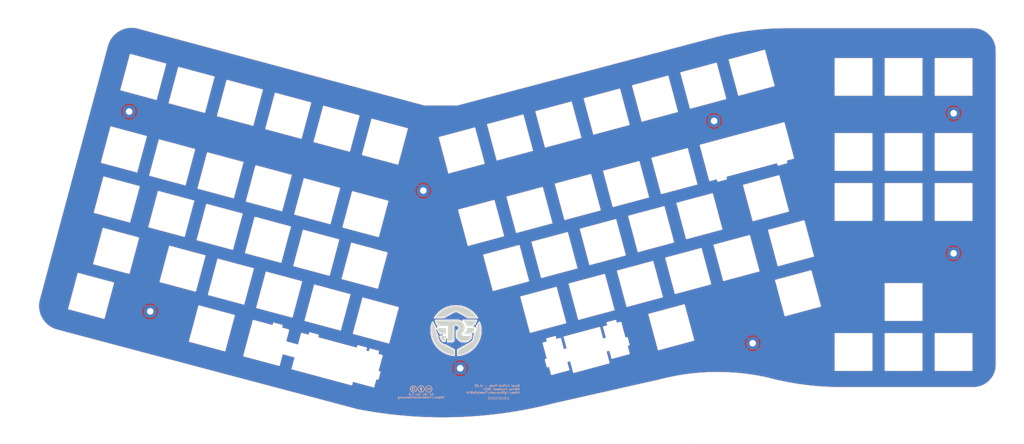
<source format=kicad_pcb>
(kicad_pcb (version 20221018) (generator pcbnew)
  (title_block (title "v1.00") (date "2024-01-07") (rev "Royal Nearfield Plate") (company "Tweety's Wild Thinking") (comment 1 "Markus Knutsson <markus.knutsson@tweety.se>") (comment 2 "https://github.com/TweetyDaBird") (comment 3 "Licensed under Creative Commons BY-SA 4.0 International"))
  (layers (0 "F.Cu" signal) (31 "B.Cu" signal) (34 "B.Paste" user) (35 "F.Paste" user) (36 "B.SilkS" user "B.Silkscreen") (37 "F.SilkS" user "F.Silkscreen") (38 "B.Mask" user) (39 "F.Mask" user) (44 "Edge.Cuts" user))
  (net 0 "")
  (net 1 "GND")
  (footprint "Keyboard_Plate:SW_MX_Plate_Placeholder_nodrill" (layer "F.Cu") (at 53.565869 131.788166 -15)
    (fp_text reference "SW49" hide)
    (fp_text value "~" hide)
    (fp_line (start -6.95 -6.95) (end -6.95 6.95) (stroke (width 0.1)) (layer "Edge.Cuts"))
    (fp_line (start -6.95 6.95) (end 6.95 6.95) (stroke (width 0.1)) (layer "Edge.Cuts"))
    (fp_line (start 6.95 -6.95) (end -6.95 -6.95) (stroke (width 0.1)) (layer "Edge.Cuts"))
    (fp_line (start 6.95 6.95) (end 6.95 -6.95) (stroke (width 0.1)) (layer "Edge.Cuts"))
  )
  (footprint "Keyboard_Plate:SW_MX_Plate_Placeholder_nodrill" (layer "F.Cu") (at 53.819869 112.230166 -15)
    (fp_text reference "SW33" hide)
    (fp_text value "~" hide)
    (fp_line (start -6.95 -6.95) (end -6.95 6.95) (stroke (width 0.1)) (layer "Edge.Cuts"))
    (fp_line (start -6.95 6.95) (end 6.95 6.95) (stroke (width 0.1)) (layer "Edge.Cuts"))
    (fp_line (start 6.95 -6.95) (end -6.95 -6.95) (stroke (width 0.1)) (layer "Edge.Cuts"))
    (fp_line (start 6.95 6.95) (end 6.95 -6.95) (stroke (width 0.1)) (layer "Edge.Cuts"))
  )
  (footprint "Keyboard_Plate:SW_MX_Plate_Placeholder_nodrill" (layer "F.Cu") (at 229.379049 111.291336 15)
    (fp_text reference "SW25" hide)
    (fp_text value "~" hide)
    (fp_line (start -6.95 -6.95) (end -6.95 6.95) (stroke (width 0.1)) (layer "Edge.Cuts"))
    (fp_line (start -6.95 6.95) (end 6.95 6.95) (stroke (width 0.1)) (layer "Edge.Cuts"))
    (fp_line (start 6.95 -6.95) (end -6.95 -6.95) (stroke (width 0.1)) (layer "Edge.Cuts"))
    (fp_line (start 6.95 6.95) (end 6.95 -6.95) (stroke (width 0.1)) (layer "Edge.Cuts"))
  )
  (footprint "Keyboard_Plate:SW_MX_Plate_Placeholder_nodrill" (layer "F.Cu") (at 152.467979 158.310286 -15)
    (fp_text reference "SW54" hide)
    (fp_text value "~" hide)
    (fp_line (start -6.95 -6.95) (end -6.95 6.95) (stroke (width 0.1)) (layer "Edge.Cuts"))
    (fp_line (start -6.95 6.95) (end 6.95 6.95) (stroke (width 0.1)) (layer "Edge.Cuts"))
    (fp_line (start 6.95 -6.95) (end -6.95 -6.95) (stroke (width 0.1)) (layer "Edge.Cuts"))
    (fp_line (start 6.95 6.95) (end 6.95 -6.95) (stroke (width 0.1)) (layer "Edge.Cuts"))
  )
  (footprint "Keyboard_Plate:SW_MX_Plate_Placeholder_nodrill" (layer "F.Cu") (at 90.034701 161.30335 -15)
    (fp_text reference "SW63" hide)
    (fp_text value "~" hide)
    (fp_line (start -6.95 -6.95) (end -6.95 6.95) (stroke (width 0.1)) (layer "Edge.Cuts"))
    (fp_line (start -6.95 6.95) (end 6.95 6.95) (stroke (width 0.1)) (layer "Edge.Cuts"))
    (fp_line (start 6.95 -6.95) (end -6.95 -6.95) (stroke (width 0.1)) (layer "Edge.Cuts"))
    (fp_line (start 6.95 6.95) (end 6.95 -6.95) (stroke (width 0.1)) (layer "Edge.Cuts"))
  )
  (footprint "Keyboard_Plate:SW_MX_Plate_Placeholder_nodrill" (layer "F.Cu") (at 277.185959 68.898496 15)
    (fp_text reference "SW12" hide)
    (fp_text value "~" hide)
    (fp_line (start -6.95 -6.95) (end -6.95 6.95) (stroke (width 0.1)) (layer "Edge.Cuts"))
    (fp_line (start -6.95 6.95) (end 6.95 6.95) (stroke (width 0.1)) (layer "Edge.Cuts"))
    (fp_line (start 6.95 -6.95) (end -6.95 -6.95) (stroke (width 0.1)) (layer "Edge.Cuts"))
    (fp_line (start 6.95 6.95) (end 6.95 -6.95) (stroke (width 0.1)) (layer "Edge.Cuts"))
  )
  (footprint "Keyboard_Plate:SW_MX_Plate_Placeholder_nodrill" (layer "F.Cu") (at 185.181519 93.551006 15)
    (fp_text reference "SW7" hide)
    (fp_text value "~" hide)
    (fp_line (start -6.95 -6.95) (end -6.95 6.95) (stroke (width 0.1)) (layer "Edge.Cuts"))
    (fp_line (start -6.95 6.95) (end 6.95 6.95) (stroke (width 0.1)) (layer "Edge.Cuts"))
    (fp_line (start 6.95 -6.95) (end -6.95 -6.95) (stroke (width 0.1)) (layer "Edge.Cuts"))
    (fp_line (start 6.95 6.95) (end 6.95 -6.95) (stroke (width 0.1)) (layer "Edge.Cuts"))
  )
  (footprint "Keyboard_Plate:Stabilizer_Plate_2_to_1" (layer "F.Cu") (at 293.782599 94.034316 15)
    (fp_text reference "ST1" hide)
    (fp_text value "Stabilizer_2u_MX")
    (fp_line (start -16.475 -6.95) (end -16.475 6.95) (stroke (width 0.05)) (layer "Edge.Cuts"))
    (fp_line (start -16.475 -6.95) (end 16.475 -6.95) (stroke (width 0.05)) (layer "Edge.Cuts"))
    (fp_line (start -13.55 6.95) (end -16.475 6.95) (stroke (width 0.05)) (layer "Edge.Cuts"))
    (fp_line (start -13.55 7.97) (end -13.55 6.95) (stroke (width 0.05)) (layer "Edge.Cuts"))
    (fp_line (start -10.25 6.95) (end 10.25 6.95) (stroke (width 0.05)) (layer "Edge.Cuts"))
    (fp_line (start -10.25 7.97) (end -13.55 7.97) (stroke (width 0.05)) (layer "Edge.Cuts"))
    (fp_line (start -10.25 7.97) (end -10.25 6.95) (stroke (width 0.05)) (layer "Edge.Cuts"))
    (fp_line (start 10.25 7.97) (end 10.25 6.95) (stroke (width 0.05)) (layer "Edge.Cuts"))
    (fp_line (start 10.25 7.97) (end 13.55 7.97) (stroke (width 0.05)) (layer "Edge.Cuts"))
    (fp_line (start 13.55 6.95) (end 16.475 6.95) (stroke (width 0.05)) (layer "Edge.Cuts"))
    (fp_line (start 13.55 7.97) (end 13.55 6.95) (stroke (width 0.05)) (layer "Edge.Cuts"))
    (fp_line (start 16.475 -6.95) (end 16.475 6.95) (stroke (width 0.05)) (layer "Edge.Cuts"))
  )
  (footprint "Keyboard_Plate:SW_MX_Plate_Placeholder_nodrill" (layer "F.Cu") (at 289.842499 134.534226 15)
    (fp_text reference "SW59" hide)
    (fp_text value "~" hide)
    (fp_line (start -6.95 -6.95) (end -6.95 6.95) (stroke (width 0.1)) (layer "Edge.Cuts"))
    (fp_line (start -6.95 6.95) (end 6.95 6.95) (stroke (width 0.1)) (layer "Edge.Cuts"))
    (fp_line (start 6.95 -6.95) (end -6.95 -6.95) (stroke (width 0.1)) (layer "Edge.Cuts"))
    (fp_line (start 6.95 6.95) (end 6.95 -6.95) (stroke (width 0.1)) (layer "Edge.Cuts"))
  )
  (footprint "Keyboard_Plate:SW_MX_Plate_Placeholder_nodrill" (layer "F.Cu") (at 134.067089 153.379776 -15)
    (fp_text reference "SW53" hide)
    (fp_text value "~" hide)
    (fp_line (start -6.95 -6.95) (end -6.95 6.95) (stroke (width 0.1)) (layer "Edge.Cuts"))
    (fp_line (start -6.95 6.95) (end 6.95 6.95) (stroke (width 0.1)) (layer "Edge.Cuts"))
    (fp_line (start 6.95 -6.95) (end -6.95 -6.95) (stroke (width 0.1)) (layer "Edge.Cuts"))
    (fp_line (start 6.95 6.95) (end 6.95 -6.95) (stroke (width 0.1)) (layer "Edge.Cuts"))
  )
  (footprint "Keyboard_Plate:SW_MX_Plate_Placeholder_nodrill" (layer "F.Cu") (at 372.510169 170.317276)
    (fp_text reference "SW72" hide)
    (fp_text value "~" hide)
    (fp_line (start -6.95 -6.95) (end -6.95 6.95) (stroke (width 0.1)) (layer "Edge.Cuts"))
    (fp_line (start -6.95 6.95) (end 6.95 6.95) (stroke (width 0.1)) (layer "Edge.Cuts"))
    (fp_line (start 6.95 -6.95) (end -6.95 -6.95) (stroke (width 0.1)) (layer "Edge.Cuts"))
    (fp_line (start 6.95 6.95) (end 6.95 -6.95) (stroke (width 0.1)) (layer "Edge.Cuts"))
  )
  (footprint "Keyboard_Plate:SW_MX_Plate_Placeholder_nodrill" (layer "F.Cu") (at 210.978169 116.221836 15)
    (fp_text reference "SW24" hide)
    (fp_text value "~" hide)
    (fp_line (start -6.95 -6.95) (end -6.95 6.95) (stroke (width 0.1)) (layer "Edge.Cuts"))
    (fp_line (start -6.95 6.95) (end 6.95 6.95) (stroke (width 0.1)) (layer "Edge.Cuts"))
    (fp_line (start 6.95 -6.95) (end -6.95 -6.95) (stroke (width 0.1)) (layer "Edge.Cuts"))
    (fp_line (start 6.95 6.95) (end 6.95 -6.95) (stroke (width 0.1)) (layer "Edge.Cuts"))
  )
  (footprint "Keyboard_Plate:SW_MX_Plate_Placeholder_nodrill" (layer "F.Cu") (at 310.596089 128.887486 15)
    (fp_text reference "SW60" hide)
    (fp_text value "~" hide)
    (fp_line (start -6.95 -6.95) (end -6.95 6.95) (stroke (width 0.1)) (layer "Edge.Cuts"))
    (fp_line (start -6.95 6.95) (end 6.95 6.95) (stroke (width 0.1)) (layer "Edge.Cuts"))
    (fp_line (start 6.95 -6.95) (end -6.95 -6.95) (stroke (width 0.1)) (layer "Edge.Cuts"))
    (fp_line (start 6.95 6.95) (end 6.95 -6.95) (stroke (width 0.1)) (layer "Edge.Cuts"))
  )
  (footprint "Keyboard_Plate:SW_MX_Plate_Placeholder_nodrill" (layer "F.Cu") (at 216.238949 154.256236 15)
    (fp_text reference "SW55" hide)
    (fp_text value "~" hide)
    (fp_line (start -6.95 -6.95) (end -6.95 6.95) (stroke (width 0.1)) (layer "Edge.Cuts"))
    (fp_line (start -6.95 6.95) (end 6.95 6.95) (stroke (width 0.1)) (layer "Edge.Cuts"))
    (fp_line (start 6.95 -6.95) (end -6.95 -6.95) (stroke (width 0.1)) (layer "Edge.Cuts"))
    (fp_line (start 6.95 6.95) (end 6.95 -6.95) (stroke (width 0.1)) (layer "Edge.Cuts"))
  )
  (footprint "Keyboard_Plate:Stabilizer_Cherry_MX_1_3_2" (layer "F.Cu") (at 129.136586 171.780669 165)
    (fp_text reference "ST3" hide)
    (fp_text value "Stabilizer_2u_MX")
    (fp_line (start -25.6255 -2.3) (end -24.8005 -2.3) (stroke (width 0.05)) (layer "Edge.Cuts"))
    (fp_line (start -25.6255 0.485) (end -25.6255 -2.3) (stroke (width 0.05)) (layer "Edge.Cuts"))
    (fp_line (start -25.6255 0.485) (end -24.8005 0.485) (stroke (width 0.05)) (layer "Edge.Cuts"))
    (fp_line (start -24.8005 -2.3) (end -24.8005 -5.53) (stroke (width 0.05)) (layer "Edge.Cuts"))
    (fp_line (start -24.8005 6.77) (end -24.8005 0.485) (stroke (width 0.05)) (layer "Edge.Cuts"))
    (fp_line (start -23.0745 6.77) (end -24.8005 6.77) (stroke (width 0.05)) (layer "Edge.Cuts"))
    (fp_line (start -23.0745 6.77) (end -23.0745 7.97) (stroke (width 0.05)) (layer "Edge.Cuts"))
    (fp_line (start -23.0745 7.97) (end -19.7745 7.97) (stroke (width 0.05)) (layer "Edge.Cuts"))
    (fp_line (start -19.7745 7.97) (end -19.7745 6.77) (stroke (width 0.05)) (layer "Edge.Cuts"))
    (fp_line (start -18.2625 6.77) (end -19.7745 6.77) (stroke (width 0.05)) (layer "Edge.Cuts"))
    (fp_line (start -18.2625 6.77) (end -18.2625 7.97) (stroke (width 0.05)) (layer "Edge.Cuts"))
    (fp_line (start -16.4745 -6.95) (end -6.95 -6.95) (stroke (width 0.05)) (layer "Edge.Cuts"))
    (fp_line (start -16.4745 -5.53) (end -24.8005 -5.53) (stroke (width 0.05)) (layer "Edge.Cuts"))
    (fp_line (start -16.4745 -5.53) (end -16.4745 -6.95) (stroke (width 0.05)) (layer "Edge.Cuts"))
    (fp_line (start -14.9625 6.95) (end 0.7245 6.95) (stroke (width 0.05)) (layer "Edge.Cuts"))
    (fp_line (start -14.9625 7.97) (end -18.2625 7.97) (stroke (width 0.05)) (layer "Edge.Cuts"))
    (fp_line (start -14.9625 7.97) (end -14.9625 6.95) (stroke (width 0.05)) (layer "Edge.Cuts"))
    (fp_line (start -6.95 -6.95) (end 6.95 -6.95) (stroke (width 0.05)) (layer "Edge.Cuts"))
    (fp_line (start 0.7245 7.97) (end 0.7245 6.95) (stroke (width 0.05)) (layer "Edge.Cuts"))
    (fp_line (start 0.7245 7.97) (end 4.0245 7.97) (stroke (width 0.05)) (layer "Edge.Cuts"))
    (fp_line (start 4.0245 6.95) (end 6.95 6.95) (stroke (width 0.05)) (layer "Edge.Cuts"))
    (fp_line (start 4.0245 7.97) (end 4.0245 6.95) (stroke (width 0.05)) (layer "Edge.Cuts"))
    (fp_line (start 6.95 -6.95) (end 6.95 -2.3) (stroke (width 0.05)) (layer "Edge.Cuts"))
    (fp_line (start 6.95 2.3) (end 6.95 6.95) (stroke (width 0.05)) (layer "Edge.Cuts"))
    (fp_line (start 12.1 -2.3) (end 6.95 -2.3) (stroke (width 0.05)) (layer "Edge.Cuts"))
    (fp_line (start 12.1 -2.3) (end 12.1 -6.95) (stroke (width 0.05)) (layer "Edge.Cuts"))
    (fp_line (start 12.1 2.3) (end 6.95 2.3) (stroke (width 0.05)) (layer "Edge.Cuts"))
    (fp_line (start 12.1 6.95) (end 12.1 2.3) (stroke (width 0.05)) (layer "Edge.Cuts"))
    (fp_line (start 14.9625 6.95) (end 12.1 6.95) (stroke (width 0.05)) (layer "Edge.Cuts"))
    (fp_line (start 14.9625 7.97) (end 14.9625 6.95) (stroke (width 0.05)) (layer "Edge.Cuts"))
    (fp_line (start 14.9625 7.97) (end 18.2625 7.97) (stroke (width 0.05)) (layer "Edge.Cuts"))
    (fp_line (start 18.2625 6.95) (end 26 6.95) (stroke (width 0.05)) (layer "Edge.Cuts"))
    (fp_line (start 18.2625 7.97) (end 18.2625 6.95) (stroke (width 0.05)) (layer "Edge.Cuts"))
    (fp_line (start 26 -6.95) (end 12.1 -6.95) (stroke (width 0.05)) (layer "Edge.Cuts"))
    (fp_line (start 26 -6.95) (end 26 6.95) (stroke (width 0.05)) (layer "Edge.Cuts"))
  )
  (footprint "Keyboard_Plate:SW_MX_Plate_Placeholder_nodrill" (layer "F.Cu") (at 313.263089 147.937486 15)
    (fp_text reference "SW69" hide)
    (fp_text value "~" hide)
    (fp_line (start -6.95 -6.95) (end -6.95 6.95) (stroke (width 0.1)) (layer "Edge.Cuts"))
    (fp_line (start -6.95 6.95) (end 6.95 6.95) (stroke (width 0.1)) (layer "Edge.Cuts"))
    (fp_line (start 6.95 -6.95) (end -6.95 -6.95) (stroke (width 0.1)) (layer "Edge.Cuts"))
    (fp_line (start 6.95 6.95) (end 6.95 -6.95) (stroke (width 0.1)) (layer "Edge.Cuts"))
  )
  (footprint "Keyboard_Plate:SW_MX_Plate_Placeholder_nodrill" (layer "F.Cu") (at 271.441609 139.464726 15)
    (fp_text reference "SW58" hide)
    (fp_text value "~" hide)
    (fp_line (start -6.95 -6.95) (end -6.95 6.95) (stroke (width 0.1)) (layer "Edge.Cuts"))
    (fp_line (start -6.95 6.95) (end 6.95 6.95) (stroke (width 0.1)) (layer "Edge.Cuts"))
    (fp_line (start 6.95 -6.95) (end -6.95 -6.95) (stroke (width 0.1)) (layer "Edge.Cuts"))
    (fp_line (start 6.95 6.95) (end 6.95 -6.95) (stroke (width 0.1)) (layer "Edge.Cuts"))
  )
  (footprint "Keyboard_Plate:Stabilizer_Cherry_MX_2.00u_PLate" (layer "F.Cu") (at 232.745089 169.527486 -165)
    (fp_text reference "ST4" hide)
    (fp_text value "Stabilizer_2u_MX")
    (fp_line (start -16.1 -2.3) (end -15.275 -2.3) (stroke (width 0.05)) (layer "Edge.Cuts"))
    (fp_line (start -16.1 0.485) (end -16.1 -2.3) (stroke (width 0.05)) (layer "Edge.Cuts"))
    (fp_line (start -16.1 0.485) (end -15.275 0.485) (stroke (width 0.05)) (layer "Edge.Cuts"))
    (fp_line (start -15.275 -2.3) (end -15.275 -5.53) (stroke (width 0.05)) (layer "Edge.Cuts"))
    (fp_line (start -15.275 6.77) (end -15.275 0.485) (stroke (width 0.05)) (layer "Edge.Cuts"))
    (fp_line (start -15.275 6.77) (end -13.55 6.77) (stroke (width 0.05)) (layer "Edge.Cuts"))
    (fp_line (start -13.55 7.97) (end -13.55 6.77) (stroke (width 0.05)) (layer "Edge.Cuts"))
    (fp_line (start -10.25 6.77) (end -8.525 6.77) (stroke (width 0.05)) (layer "Edge.Cuts"))
    (fp_line (start -10.25 7.97) (end -13.55 7.97) (stroke (width 0.05)) (layer "Edge.Cuts"))
    (fp_line (start -10.25 7.97) (end -10.25 6.77) (stroke (width 0.05)) (layer "Edge.Cuts"))
    (fp_line (start -8.525 -5.53) (end -15.275 -5.53) (stroke (width 0.05)) (layer "Edge.Cuts"))
    (fp_line (start -8.525 -2.3) (end -8.525 -5.53) (stroke (width 0.05)) (layer "Edge.Cuts"))
    (fp_line (start -8.525 -2.3) (end -6.95 -2.3) (stroke (width 0.05)) (layer "Edge.Cuts"))
    (fp_line (start -8.525 2.3) (end -8.525 6.77) (stroke (width 0.05)) (layer "Edge.Cuts"))
    (fp_line (start -8.525 2.3) (end -6.95 2.3) (stroke (width 0.05)) (layer "Edge.Cuts"))
    (fp_line (start -6.95 -6.95) (end -6.95 -2.3) (stroke (width 0.05)) (layer "Edge.Cuts"))
    (fp_line (start -6.95 -6.95) (end 6.95 -6.95) (stroke (width 0.05)) (layer "Edge.Cuts"))
    (fp_line (start -6.95 2.3) (end -6.95 6.95) (stroke (width 0.05)) (layer "Edge.Cuts"))
    (fp_line (start -6.95 6.95) (end 6.95 6.95) (stroke (width 0.05)) (layer "Edge.Cuts"))
    (fp_line (start 6.95 -6.95) (end 6.95 -2.3) (stroke (width 0.05)) (layer "Edge.Cuts"))
    (fp_line (start 6.95 2.3) (end 6.95 6.95) (stroke (width 0.05)) (layer "Edge.Cuts"))
    (fp_line (start 8.525 -5.53) (end 15.275 -5.53) (stroke (width 0.05)) (layer "Edge.Cuts"))
    (fp_line (start 8.525 -2.3) (end 6.95 -2.3) (stroke (width 0.05)) (layer "Edge.Cuts"))
    (fp_line (start 8.525 -2.3) (end 8.525 -5.53) (stroke (width 0.05)) (layer "Edge.Cuts"))
    (fp_line (start 8.525 2.3) (end 6.95 2.3) (stroke (width 0.05)) (layer "Edge.Cuts"))
    (fp_line (start 8.525 2.3) (end 8.525 6.77) (stroke (width 0.05)) (layer "Edge.Cuts"))
    (fp_line (start 10.25 6.77) (end 8.525 6.77) (stroke (width 0.05)) (layer "Edge.Cuts"))
    (fp_line (start 10.25 7.97) (end 10.25 6.77) (stroke (width 0.05)) (layer "Edge.Cuts"))
    (fp_line (start 10.25 7.97) (end 13.55 7.97) (stroke (width 0.05)) (layer "Edge.Cuts"))
    (fp_line (start 13.55 7.97) (end 13.55 6.77) (stroke (width 0.05)) (layer "Edge.Cuts"))
    (fp_line (start 15.275 -2.3) (end 15.275 -5.53) (stroke (width 0.05)) (layer "Edge.Cuts"))
    (fp_line (start 15.275 6.77) (end 13.55 6.77) (stroke (width 0.05)) (layer "Edge.Cuts"))
    (fp_line (start 15.275 6.77) (end 15.275 0.485) (stroke (width 0.05)) (layer "Edge.Cuts"))
    (fp_line (start 16.1 -2.3) (end 15.275 -2.3) (stroke (width 0.05)) (layer "Edge.Cuts"))
    (fp_line (start 16.1 0.485) (end 15.275 0.485) (stroke (width 0.05)) (layer "Edge.Cuts"))
    (fp_line (start 16.1 0.485) (end 16.1 -2.3) (stroke (width 0.05)) (layer "Edge.Cuts"))
  )
  (footprint "Keyboard_Plate:SW_MX_Plate_Placeholder_nodrill" (layer "F.Cu") (at 265.003089 160.891486 15)
    (fp_text reference "SW68" hide)
    (fp_text value "~" hide)
    (fp_line (start -6.95 -6.95) (end -6.95 6.95) (stroke (width 0.1)) (layer "Edge.Cuts"))
    (fp_line (start -6.95 6.95) (end 6.95 6.95) (stroke (width 0.1)) (layer "Edge.Cuts"))
    (fp_line (start 6.95 -6.95) (end -6.95 -6.95) (stroke (width 0.1)) (layer "Edge.Cuts"))
    (fp_line (start 6.95 6.95) (end 6.95 -6.95) (stroke (width 0.1)) (layer "Edge.Cuts"))
  )
  (footprint "Keyboard_Plate:SW_MX_Plate_Placeholder_nodrill" (layer "F.Cu") (at 258.785069 73.828996 15)
    (fp_text reference "SW11" hide)
    (fp_text value "~" hide)
    (fp_line (start -6.95 -6.95) (end -6.95 6.95) (stroke (width 0.1)) (layer "Edge.Cuts"))
    (fp_line (start -6.95 6.95) (end 6.95 6.95) (stroke (width 0.1)) (layer "Edge.Cuts"))
    (fp_line (start 6.95 -6.95) (end -6.95 -6.95) (stroke (width 0.1)) (layer "Edge.Cuts"))
    (fp_line (start 6.95 6.95) (end 6.95 -6.95) (stroke (width 0.1)) (layer "Edge.Cuts"))
  )
  (footprint "Keyboard_Plate:SW_MX_Plate_Placeholder_nodrill" (layer "F.Cu") (at 353.460169 151.267276)
    (fp_text reference "SW61" hide)
    (fp_text value "~" hide)
    (fp_line (start -6.95 -6.95) (end -6.95 6.95) (stroke (width 0.1)) (layer "Edge.Cuts"))
    (fp_line (start -6.95 6.95) (end 6.95 6.95) (stroke (width 0.1)) (layer "Edge.Cuts"))
    (fp_line (start 6.95 -6.95) (end -6.95 -6.95) (stroke (width 0.1)) (layer "Edge.Cuts"))
    (fp_line (start 6.95 6.95) (end 6.95 -6.95) (stroke (width 0.1)) (layer "Edge.Cuts"))
  )
  (footprint "Keyboard_Plate:SW_MX_Plate_Placeholder_nodrill" (layer "F.Cu") (at 353.460169 94.117276)
    (fp_text reference "SW31" hide)
    (fp_text value "~" hide)
    (fp_line (start -6.95 -6.95) (end -6.95 6.95) (stroke (width 0.1)) (layer "Edge.Cuts"))
    (fp_line (start -6.95 6.95) (end 6.95 6.95) (stroke (width 0.1)) (layer "Edge.Cuts"))
    (fp_line (start 6.95 -6.95) (end -6.95 -6.95) (stroke (width 0.1)) (layer "Edge.Cuts"))
    (fp_line (start 6.95 6.95) (end 6.95 -6.95) (stroke (width 0.1)) (layer "Edge.Cuts"))
  )
  (footprint "Keyboard_Plate:SW_MX_Plate_Placeholder_nodrill" (layer "F.Cu") (at 353.460169 113.167276)
    (fp_text reference "SW47" hide)
    (fp_text value "~" hide)
    (fp_line (start -6.95 -6.95) (end -6.95 6.95) (stroke (width 0.1)) (layer "Edge.Cuts"))
    (fp_line (start -6.95 6.95) (end 6.95 6.95) (stroke (width 0.1)) (layer "Edge.Cuts"))
    (fp_line (start 6.95 -6.95) (end -6.95 -6.95) (stroke (width 0.1)) (layer "Edge.Cuts"))
    (fp_line (start 6.95 6.95) (end 6.95 -6.95) (stroke (width 0.1)) (layer "Edge.Cuts"))
  )
  (footprint "Keyboard_Plate:SW_MX_Plate_Placeholder_nodrill" (layer "F.Cu") (at 63.919639 65.556786 -15)
    (fp_text reference "SW1" hide)
    (fp_text value "~" hide)
    (fp_line (start -6.95 -6.95) (end -6.95 6.95) (stroke (width 0.1)) (layer "Edge.Cuts"))
    (fp_line (start -6.95 6.95) (end 6.95 6.95) (stroke (width 0.1)) (layer "Edge.Cuts"))
    (fp_line (start 6.95 -6.95) (end -6.95 -6.95) (stroke (width 0.1)) (layer "Edge.Cuts"))
    (fp_line (start 6.95 6.95) (end 6.95 -6.95) (stroke (width 0.1)) (layer "Edge.Cuts"))
  )
  (footprint "Keyboard_Plate:SW_MX_Plate_Placeholder_nodrill" (layer "F.Cu") (at 334.410169 170.317276)
    (fp_text reference "SW70" hide)
    (fp_text value "~" hide)
    (fp_line (start -6.95 -6.95) (end -6.95 6.95) (stroke (width 0.1)) (layer "Edge.Cuts"))
    (fp_line (start -6.95 6.95) (end 6.95 6.95) (stroke (width 0.1)) (layer "Edge.Cuts"))
    (fp_line (start 6.95 -6.95) (end -6.95 -6.95) (stroke (width 0.1)) (layer "Edge.Cuts"))
    (fp_line (start 6.95 6.95) (end 6.95 -6.95) (stroke (width 0.1)) (layer "Edge.Cuts"))
  )
  (footprint "Keyboard_Plate:SW_MX_Plate_Placeholder_nodrill" (layer "F.Cu") (at 56.523879 93.158116 -15)
    (fp_text reference "SW17" hide)
    (fp_text value "~" hide)
    (fp_line (start -6.95 -6.95) (end -6.95 6.95) (stroke (width 0.1)) (layer "Edge.Cuts"))
    (fp_line (start -6.95 6.95) (end 6.95 6.95) (stroke (width 0.1)) (layer "Edge.Cuts"))
    (fp_line (start 6.95 -6.95) (end -6.95 -6.95) (stroke (width 0.1)) (layer "Edge.Cuts"))
    (fp_line (start 6.95 6.95) (end 6.95 -6.95) (stroke (width 0.1)) (layer "Edge.Cuts"))
  )
  (footprint "Keyboard_Plate:SW_MX_Plate_Placeholder_nodrill" (layer "F.Cu") (at 82.320519 70.487286 -15)
    (fp_text reference "SW2" hide)
    (fp_text value "~" hide)
    (fp_line (start -6.95 -6.95) (end -6.95 6.95) (stroke (width 0.1)) (layer "Edge.Cuts"))
    (fp_line (start -6.95 6.95) (end 6.95 6.95) (stroke (width 0.1)) (layer "Edge.Cuts"))
    (fp_line (start 6.95 -6.95) (end -6.95 -6.95) (stroke (width 0.1)) (layer "Edge.Cuts"))
    (fp_line (start 6.95 6.95) (end 6.95 -6.95) (stroke (width 0.1)) (layer "Edge.Cuts"))
  )
  (footprint "Keyboard_Plate:SW_MX_Plate_Placeholder_nodrill" (layer "F.Cu") (at 148.198039 137.444146 -15)
    (fp_text reference "SW38" hide)
    (fp_text value "~" hide)
    (fp_line (start -6.95 -6.95) (end -6.95 6.95) (stroke (width 0.1)) (layer "Edge.Cuts"))
    (fp_line (start -6.95 6.95) (end 6.95 6.95) (stroke (width 0.1)) (layer "Edge.Cuts"))
    (fp_line (start 6.95 -6.95) (end -6.95 -6.95) (stroke (width 0.1)) (layer "Edge.Cuts"))
    (fp_line (start 6.95 6.95) (end 6.95 -6.95) (stroke (width 0.1)) (layer "Edge.Cuts"))
  )
  (footprint "Keyboard_Plate:SW_MX_Plate_Placeholder_nodrill" (layer "F.Cu") (at 372.510169 113.167276)
    (fp_text reference "SW48" hide)
    (fp_text value "~" hide)
    (fp_line (start -6.95 -6.95) (end -6.95 6.95) (stroke (width 0.1)) (layer "Edge.Cuts"))
    (fp_line (start -6.95 6.95) (end 6.95 6.95) (stroke (width 0.1)) (layer "Edge.Cuts"))
    (fp_line (start 6.95 -6.95) (end -6.95 -6.95) (stroke (width 0.1)) (layer "Edge.Cuts"))
    (fp_line (start 6.95 6.95) (end 6.95 -6.95) (stroke (width 0.1)) (layer "Edge.Cuts"))
  )
  (footprint "Keyboard_Plate:SW_MX_Plate_Placeholder_nodrill" (layer "F.Cu") (at 111.726539 107.949626 -15)
    (fp_text reference "SW20" hide)
    (fp_text value "~" hide)
    (fp_line (start -6.95 -6.95) (end -6.95 6.95) (stroke (width 0.1)) (layer "Edge.Cuts"))
    (fp_line (start -6.95 6.95) (end 6.95 6.95) (stroke (width 0.1)) (layer "Edge.Cuts"))
    (fp_line (start 6.95 -6.95) (end -6.95 -6.95) (stroke (width 0.1)) (layer "Edge.Cuts"))
    (fp_line (start 6.95 6.95) (end 6.95 -6.95) (stroke (width 0.1)) (layer "Edge.Cuts"))
  )
  (footprint "Keyboard_Plate:SW_MX_Plate_Placeholder_nodrill" (layer "F.Cu") (at 129.797149 132.513636 -15)
    (fp_text reference "SW37" hide)
    (fp_text value "~" hide)
    (fp_line (start -6.95 -6.95) (end -6.95 6.95) (stroke (width 0.1)) (layer "Edge.Cuts"))
    (fp_line (start -6.95 6.95) (end 6.95 6.95) (stroke (width 0.1)) (layer "Edge.Cuts"))
    (fp_line (start 6.95 -6.95) (end -6.95 -6.95) (stroke (width 0.1)) (layer "Edge.Cuts"))
    (fp_line (start 6.95 6.95) (end 6.95 -6.95) (stroke (width 0.1)) (layer "Edge.Cuts"))
  )
  (footprint "Keyboard_Plate:SW_MX_Plate_Placeholder_nodrill" (layer "F.Cu") (at 192.577279 121.152336 15)
    (fp_text reference "SW23" hide)
    (fp_text value "~" hide)
    (fp_line (start -6.95 -6.95) (end -6.95 6.95) (stroke (width 0.1)) (layer "Edge.Cuts"))
    (fp_line (start -6.95 6.95) (end 6.95 6.95) (stroke (width 0.1)) (layer "Edge.Cuts"))
    (fp_line (start 6.95 -6.95) (end -6.95 -6.95) (stroke (width 0.1)) (layer "Edge.Cuts"))
    (fp_line (start 6.95 6.95) (end 6.95 -6.95) (stroke (width 0.1)) (layer "Edge.Cuts"))
  )
  (footprint "Keyboard_Plate:SW_MX_Plate_Placeholder_nodrill" (layer "F.Cu") (at 148.528319 117.810626 -15)
    (fp_text reference "SW22" hide)
    (fp_text value "~" hide)
    (fp_line (start -6.95 -6.95) (end -6.95 6.95) (stroke (width 0.1)) (layer "Edge.Cuts"))
    (fp_line (start -6.95 6.95) (end 6.95 6.95) (stroke (width 0.1)) (layer "Edge.Cuts"))
    (fp_line (start 6.95 -6.95) (end -6.95 -6.95) (stroke (width 0.1)) (layer "Edge.Cuts"))
    (fp_line (start 6.95 6.95) (end 6.95 -6.95) (stroke (width 0.1)) (layer "Edge.Cuts"))
  )
  (footprint "Keyboard_Plate:SW_MX_Plate_Placeholder_nodrill" (layer "F.Cu") (at 247.779939 106.360826 15)
    (fp_text reference "SW26" hide)
    (fp_text value "~" hide)
    (fp_line (start -6.95 -6.95) (end -6.95 6.95) (stroke (width 0.1)) (layer "Edge.Cuts"))
    (fp_line (start -6.95 6.95) (end 6.95 6.95) (stroke (width 0.1)) (layer "Edge.Cuts"))
    (fp_line (start 6.95 -6.95) (end -6.95 -6.95) (stroke (width 0.1)) (layer "Edge.Cuts"))
    (fp_line (start 6.95 6.95) (end 6.95 -6.95) (stroke (width 0.1)) (layer "Edge.Cuts"))
  )
  (footprint "Keyboard_Plate:SW_MX_Plate_Placeholder_nodrill" (layer "F.Cu") (at 115.666199 148.449276 -15)
    (fp_text reference "SW52" hide)
    (fp_text value "~" hide)
    (fp_line (start -6.95 -6.95) (end -6.95 6.95) (stroke (width 0.1)) (layer "Edge.Cuts"))
    (fp_line (start -6.95 6.95) (end 6.95 6.95) (stroke (width 0.1)) (layer "Edge.Cuts"))
    (fp_line (start 6.95 -6.95) (end -6.95 -6.95) (stroke (width 0.1)) (layer "Edge.Cuts"))
    (fp_line (start 6.95 6.95) (end 6.95 -6.95) (stroke (width 0.1)) (layer "Edge.Cuts"))
  )
  (footprint "Keyboard_Plate:SW_MX_Plate_Placeholder_nodrill" (layer "F.Cu") (at 266.180829 101.430326 15)
    (fp_text reference "SW27" hide)
    (fp_text value "~" hide)
    (fp_line (start -6.95 -6.95) (end -6.95 6.95) (stroke (width 0.1)) (layer "Edge.Cuts"))
    (fp_line (start -6.95 6.95) (end 6.95 6.95) (stroke (width 0.1)) (layer "Edge.Cuts"))
    (fp_line (start 6.95 -6.95) (end -6.95 -6.95) (stroke (width 0.1)) (layer "Edge.Cuts"))
    (fp_line (start 6.95 6.95) (end 6.95 -6.95) (stroke (width 0.1)) (layer "Edge.Cuts"))
  )
  (footprint "Keyboard_Plate:SW_MX_Plate_Placeholder_nodrill" (layer "F.Cu") (at 295.586849 63.967986 15)
    (fp_text reference "SW13" hide)
    (fp_text value "~" hide)
    (fp_line (start -6.95 -6.95) (end -6.95 6.95) (stroke (width 0.1)) (layer "Edge.Cuts"))
    (fp_line (start -6.95 6.95) (end 6.95 6.95) (stroke (width 0.1)) (layer "Edge.Cuts"))
    (fp_line (start 6.95 -6.95) (end -6.95 -6.95) (stroke (width 0.1)) (layer "Edge.Cuts"))
    (fp_line (start 6.95 6.95) (end 6.95 -6.95) (stroke (width 0.1)) (layer "Edge.Cuts"))
  )
  (footprint "Keyboard_Plate:SW_MX_Plate_Placeholder_nodrill" (layer "F.Cu") (at 78.864429 138.588266 -15)
    (fp_text reference "SW50" hide)
    (fp_text value "~" hide)
    (fp_line (start -6.95 -6.95) (end -6.95 6.95) (stroke (width 0.1)) (layer "Edge.Cuts"))
    (fp_line (start -6.95 6.95) (end 6.95 6.95) (stroke (width 0.1)) (layer "Edge.Cuts"))
    (fp_line (start 6.95 -6.95) (end -6.95 -6.95) (stroke (width 0.1)) (layer "Edge.Cuts"))
    (fp_line (start 6.95 6.95) (end 6.95 -6.95) (stroke (width 0.1)) (layer "Edge.Cuts"))
  )
  (footprint "Keyboard_Plate:SW_MX_Plate_Placeholder_nodrill" (layer "F.Cu") (at 119.122299 80.348296 -15)
    (fp_text reference "SW4" hide)
    (fp_text value "~" hide)
    (fp_line (start -6.95 -6.95) (end -6.95 6.95) (stroke (width 0.1)) (layer "Edge.Cuts"))
    (fp_line (start -6.95 6.95) (end 6.95 6.95) (stroke (width 0.1)) (layer "Edge.Cuts"))
    (fp_line (start 6.95 -6.95) (end -6.95 -6.95) (stroke (width 0.1)) (layer "Edge.Cuts"))
    (fp_line (start 6.95 6.95) (end 6.95 -6.95) (stroke (width 0.1)) (layer "Edge.Cuts"))
  )
  (footprint "Keyboard_Plate:SW_MX_Plate_Placeholder_nodrill" (layer "F.Cu") (at 130.127429 112.880126 -15)
    (fp_text reference "SW21" hide)
    (fp_text value "~" hide)
    (fp_line (start -6.95 -6.95) (end -6.95 6.95) (stroke (width 0.1)) (layer "Edge.Cuts"))
    (fp_line (start -6.95 6.95) (end 6.95 6.95) (stroke (width 0.1)) (layer "Edge.Cuts"))
    (fp_line (start 6.95 -6.95) (end -6.95 -6.95) (stroke (width 0.1)) (layer "Edge.Cuts"))
    (fp_line (start 6.95 6.95) (end 6.95 -6.95) (stroke (width 0.1)) (layer "Edge.Cuts"))
  )
  (footprint "Keyboard_Plate:SW_MX_Plate_Placeholder_nodrill" (layer "F.Cu") (at 155.924069 90.209296 -15)
    (fp_text reference "SW6" hide)
    (fp_text value "~" hide)
    (fp_line (start -6.95 -6.95) (end -6.95 6.95) (stroke (width 0.1)) (layer "Edge.Cuts"))
    (fp_line (start -6.95 6.95) (end 6.95 6.95) (stroke (width 0.1)) (layer "Edge.Cuts"))
    (fp_line (start 6.95 -6.95) (end -6.95 -6.95) (stroke (width 0.1)) (layer "Edge.Cuts"))
    (fp_line (start 6.95 6.95) (end 6.95 -6.95) (stroke (width 0.1)) (layer "Edge.Cuts"))
  )
  (footprint "Keyboard_Plate:SW_MX_Plate_Placeholder_nodrill" (layer "F.Cu") (at 372.510169 94.117276)
    (fp_text reference "SW32" hide)
    (fp_text value "~" hide)
    (fp_line (start -6.95 -6.95) (end -6.95 6.95) (stroke (width 0.1)) (layer "Edge.Cuts"))
    (fp_line (start -6.95 6.95) (end 6.95 6.95) (stroke (width 0.1)) (layer "Edge.Cuts"))
    (fp_line (start 6.95 -6.95) (end -6.95 -6.95) (stroke (width 0.1)) (layer "Edge.Cuts"))
    (fp_line (start 6.95 6.95) (end 6.95 -6.95) (stroke (width 0.1)) (layer "Edge.Cuts"))
  )
  (footprint "Keyboard_Plate:SW_MX_Plate_Placeholder_nodrill" (layer "F.Cu") (at 111.396259 127.583136 -15)
    (fp_text reference "SW36" hide)
    (fp_text value "~" hide)
    (fp_line (start -6.95 -6.95) (end -6.95 6.95) (stroke (width 0.1)) (layer "Edge.Cuts"))
    (fp_line (start -6.95 6.95) (end 6.95 6.95) (stroke (width 0.1)) (layer "Edge.Cuts"))
    (fp_line (start 6.95 -6.95) (end -6.95 -6.95) (stroke (width 0.1)) (layer "Edge.Cuts"))
    (fp_line (start 6.95 6.95) (end 6.95 -6.95) (stroke (width 0.1)) (layer "Edge.Cuts"))
  )
  (footprint "Keyboard_Plate:SW_MX_Plate_Placeholder_nodrill" (layer "F.Cu") (at 238.909779 128.459596 15)
    (fp_text reference "SW41" hide)
    (fp_text value "~" hide)
    (fp_line (start -6.95 -6.95) (end -6.95 6.95) (stroke (width 0.1)) (layer "Edge.Cuts"))
    (fp_line (start -6.95 6.95) (end 6.95 6.95) (stroke (width 0.1)) (layer "Edge.Cuts"))
    (fp_line (start 6.95 -6.95) (end -6.95 -6.95) (stroke (width 0.1)) (layer "Edge.Cuts"))
    (fp_line (start 6.95 6.95) (end 6.95 -6.95) (stroke (width 0.1)) (layer "Edge.Cuts"))
  )
  (footprint "Keyboard_Plate:SW_MX_Plate_Placeholder_nodrill" (layer "F.Cu") (at 253.040719 144.395226 15)
    (fp_text reference "SW57" hide)
    (fp_text value "~" hide)
    (fp_line (start -6.95 -6.95) (end -6.95 6.95) (stroke (width 0.1)) (layer "Edge.Cuts"))
    (fp_line (start -6.95 6.95) (end 6.95 6.95) (stroke (width 0.1)) (layer "Edge.Cuts"))
    (fp_line (start 6.95 -6.95) (end -6.95 -6.95) (stroke (width 0.1)) (layer "Edge.Cuts"))
    (fp_line (start 6.95 6.95) (end 6.95 -6.95) (stroke (width 0.1)) (layer "Edge.Cuts"))
  )
  (footprint "Keyboard_Plate:SW_MX_Plate_Placeholder_nodrill" (layer "F.Cu") (at 93.325659 103.019126 -15)
    (fp_text reference "SW19" hide)
    (fp_text value "~" hide)
    (fp_line (start -6.95 -6.95) (end -6.95 6.95) (stroke (width 0.1)) (layer "Edge.Cuts"))
    (fp_line (start -6.95 6.95) (end 6.95 6.95) (stroke (width 0.1)) (layer "Edge.Cuts"))
    (fp_line (start 6.95 -6.95) (end -6.95 -6.95) (stroke (width 0.1)) (layer "Edge.Cuts"))
    (fp_line (start 6.95 6.95) (end 6.95 -6.95) (stroke (width 0.1)) (layer "Edge.Cuts"))
  )
  (footprint "Keyboard_Plate:SW_MX_Plate_Placeholder_nodrill" (layer "F.Cu") (at 234.639839 149.325726 15)
    (fp_text reference "SW56" hide)
    (fp_text value "~" hide)
    (fp_line (start -6.95 -6.95) (end -6.95 6.95) (stroke (width 0.1)) (layer "Edge.Cuts"))
    (fp_line (start -6.95 6.95) (end 6.95 6.95) (stroke (width 0.1)) (layer "Edge.Cuts"))
    (fp_line (start 6.95 -6.95) (end -6.95 -6.95) (stroke (width 0.1)) (layer "Edge.Cuts"))
    (fp_line (start 6.95 6.95) (end 6.95 -6.95) (stroke (width 0.1)) (layer "Edge.Cuts"))
  )
  (footprint "Keyboard_Plate:SW_MX_Plate_Placeholder_nodrill" (layer "F.Cu") (at 372.510169 65.542276)
    (fp_text reference "SW16" hide)
    (fp_text value "~" hide)
    (fp_line (start -6.95 -6.95) (end -6.95 6.95) (stroke (width 0.1)) (layer "Edge.Cuts"))
    (fp_line (start -6.95 6.95) (end 6.95 6.95) (stroke (width 0.1)) (layer "Edge.Cuts"))
    (fp_line (start 6.95 -6.95) (end -6.95 -6.95) (stroke (width 0.1)) (layer "Edge.Cuts"))
    (fp_line (start 6.95 6.95) (end 6.95 -6.95) (stroke (width 0.1)) (layer "Edge.Cuts"))
  )
  (footprint "Keyboard_Plate:SW_MX_Plate_Placeholder_nodrill" (layer "F.Cu") (at 334.410169 113.167276)
    (fp_text reference "SW46" hide)
    (fp_text value "~" hide)
    (fp_line (start -6.95 -6.95) (end -6.95 6.95) (stroke (width 0.1)) (layer "Edge.Cuts"))
    (fp_line (start -6.95 6.95) (end 6.95 6.95) (stroke (width 0.1)) (layer "Edge.Cuts"))
    (fp_line (start 6.95 -6.95) (end -6.95 -6.95) (stroke (width 0.1)) (layer "Edge.Cuts"))
    (fp_line (start 6.95 6.95) (end 6.95 -6.95) (stroke (width 0.1)) (layer "Edge.Cuts"))
  )
  (footprint "Keyboard_Plate:SW_MX_Plate_Placeholder_nodrill" (layer "F.Cu") (at 257.310659 123.529086 15)
    (fp_text reference "SW42" hide)
    (fp_text value "~" hide)
    (fp_line (start -6.95 -6.95) (end -6.95 6.95) (stroke (width 0.1)) (layer "Edge.Cuts"))
    (fp_line (start -6.95 6.95) (end 6.95 6.95) (stroke (width 0.1)) (layer "Edge.Cuts"))
    (fp_line (start 6.95 -6.95) (end -6.95 -6.95) (stroke (width 0.1)) (layer "Edge.Cuts"))
    (fp_line (start 6.95 6.95) (end 6.95 -6.95) (stroke (width 0.1)) (layer "Edge.Cuts"))
  )
  (footprint "Keyboard_Plate:SW_MX_Plate_Placeholder_nodrill" (layer "F.Cu") (at 353.460169 170.317276)
    (fp_text reference "SW71" hide)
    (fp_text value "~" hide)
    (fp_line (start -6.95 -6.95) (end -6.95 6.95) (stroke (width 0.1)) (layer "Edge.Cuts"))
    (fp_line (start -6.95 6.95) (end 6.95 6.95) (stroke (width 0.1)) (layer "Edge.Cuts"))
    (fp_line (start 6.95 -6.95) (end -6.95 -6.95) (stroke (width 0.1)) (layer "Edge.Cuts"))
    (fp_line (start 6.95 6.95) (end 6.95 -6.95) (stroke (width 0.1)) (layer "Edge.Cuts"))
  )
  (footprint "Keyboard_Plate:SW_MX_Plate_Placeholder_nodrill" (layer "F.Cu") (at 353.460169 65.542276)
    (fp_text reference "SW15" hide)
    (fp_text value "~" hide)
    (fp_line (start -6.95 -6.95) (end -6.95 6.95) (stroke (width 0.1)) (layer "Edge.Cuts"))
    (fp_line (start -6.95 6.95) (end 6.95 6.95) (stroke (width 0.1)) (layer "Edge.Cuts"))
    (fp_line (start 6.95 -6.95) (end -6.95 -6.95) (stroke (width 0.1)) (layer "Edge.Cuts"))
    (fp_line (start 6.95 6.95) (end 6.95 -6.95) (stroke (width 0.1)) (layer "Edge.Cuts"))
  )
  (footprint "Keyboard_Plate:SW_MX_Plate_Placeholder_nodrill" (layer "F.Cu") (at 221.983299 83.689996 15)
    (fp_text reference "SW9" hide)
    (fp_text value "~" hide)
    (fp_line (start -6.95 -6.95) (end -6.95 6.95) (stroke (width 0.1)) (layer "Edge.Cuts"))
    (fp_line (start -6.95 6.95) (end 6.95 6.95) (stroke (width 0.1)) (layer "Edge.Cuts"))
    (fp_line (start 6.95 -6.95) (end -6.95 -6.95) (stroke (width 0.1)) (layer "Edge.Cuts"))
    (fp_line (start 6.95 6.95) (end 6.95 -6.95) (stroke (width 0.1)) (layer "Edge.Cuts"))
  )
  (footprint "Keyboard_Plate:SW_MX_Plate_Placeholder_nodrill" (layer "F.Cu") (at 334.410169 65.542276)
    (fp_text reference "SW14" hide)
    (fp_text value "~" hide)
    (fp_line (start -6.95 -6.95) (end -6.95 6.95) (stroke (width 0.1)) (layer "Edge.Cuts"))
    (fp_line (start -6.95 6.95) (end 6.95 6.95) (stroke (width 0.1)) (layer "Edge.Cuts"))
    (fp_line (start 6.95 -6.95) (end -6.95 -6.95) (stroke (width 0.1)) (layer "Edge.Cuts"))
    (fp_line (start 6.95 6.95) (end 6.95 -6.95) (stroke (width 0.1)) (layer "Edge.Cuts"))
  )
  (footprint "Keyboard_Plate:SW_MX_Plate_Placeholder_nodrill" (layer "F.Cu") (at 275.711549 118.598586 15)
    (fp_text reference "SW43" hide)
    (fp_text value "~" hide)
    (fp_line (start -6.95 -6.95) (end -6.95 6.95) (stroke (width 0.1)) (layer "Edge.Cuts"))
    (fp_line (start -6.95 6.95) (end 6.95 6.95) (stroke (width 0.1)) (layer "Edge.Cuts"))
    (fp_line (start 6.95 -6.95) (end -6.95 -6.95) (stroke (width 0.1)) (layer "Edge.Cuts"))
    (fp_line (start 6.95 6.95) (end 6.95 -6.95) (stroke (width 0.1)) (layer "Edge.Cuts"))
  )
  (footprint "Keyboard_Plate:SW_MX_Plate_Placeholder_nodrill" (layer "F.Cu") (at 203.582409 88.620506 15)
    (fp_text reference "SW8" hide)
    (fp_text value "~" hide)
    (fp_line (start -6.95 -6.95) (end -6.95 6.95) (stroke (width 0.1)) (layer "Edge.Cuts"))
    (fp_line (start -6.95 6.95) (end 6.95 6.95) (stroke (width 0.1)) (layer "Edge.Cuts"))
    (fp_line (start 6.95 -6.95) (end -6.95 -6.95) (stroke (width 0.1)) (layer "Edge.Cuts"))
    (fp_line (start 6.95 6.95) (end 6.95 -6.95) (stroke (width 0.1)) (layer "Edge.Cuts"))
  )
  (footprint "Keyboard_Plate:SW_MX_Plate_Placeholder_nodrill" (layer "F.Cu") (at 220.508889 133.390096 15)
    (fp_text reference "SW40" hide)
    (fp_text value "~" hide)
    (fp_line (start -6.95 -6.95) (end -6.95 6.95) (stroke (width 0.1)) (layer "Edge.Cuts"))
    (fp_line (start -6.95 6.95) (end 6.95 6.95) (stroke (width 0.1)) (layer "Edge.Cuts"))
    (fp_line (start 6.95 -6.95) (end -6.95 -6.95) (stroke (width 0.1)) (layer "Edge.Cuts"))
    (fp_line (start 6.95 6.95) (end 6.95 -6.95) (stroke (width 0.1)) (layer "Edge.Cuts"))
  )
  (footprint "Keyboard_Plate:SW_MX_Plate_Placeholder_nodrill" (layer "F.Cu") (at 240.384179 78.759496 15)
    (fp_text reference "SW10" hide)
    (fp_text value "~" hide)
    (fp_line (start -6.95 -6.95) (end -6.95 6.95) (stroke (width 0.1)) (layer "Edge.Cuts"))
    (fp_line (start -6.95 6.95) (end 6.95 6.95) (stroke (width 0.1)) (layer "Edge.Cuts"))
    (fp_line (start 6.95 -6.95) (end -6.95 -6.95) (stroke (width 0.1)) (layer "Edge.Cuts"))
    (fp_line (start 6.95 6.95) (end 6.95 -6.95) (stroke (width 0.1)) (layer "Edge.Cuts"))
  )
  (footprint "Keyboard_Plate:SW_MX_Plate_Placeholder_nodrill" (layer "F.Cu") (at 202.107999 138.320596 15)
    (fp_text reference "SW39" hide)
    (fp_text value "~" hide)
    (fp_line (start -6.95 -6.95) (end -6.95 6.95) (stroke (width 0.1)) (layer "Edge.Cuts"))
    (fp_line (start -6.95 6.95) (end 6.95 6.95) (stroke (width 0.1)) (layer "Edge.Cuts"))
    (fp_line (start 6.95 -6.95) (end -6.95 -6.95) (stroke (width 0.1)) (layer "Edge.Cuts"))
    (fp_line (start 6.95 6.95) (end 6.95 -6.95) (stroke (width 0.1)) (layer "Edge.Cuts"))
  )
  (footprint "Keyboard_Plate:SW_MX_Plate_Placeholder_nodrill" (layer "F.Cu") (at 301.071089 111.742486 15)
    (fp_text reference "SW44" hide)
    (fp_text value "~" hide)
    (fp_line (start -6.95 -6.95) (end -6.95 6.95) (stroke (width 0.1)) (layer "Edge.Cuts"))
    (fp_line (start -6.95 6.95) (end 6.95 6.95) (stroke (width 0.1)) (layer "Edge.Cuts"))
    (fp_line (start 6.95 -6.95) (end -6.95 -6.95) (stroke (width 0.1)) (layer "Edge.Cuts"))
    (fp_line (start 6.95 6.95) (end 6.95 -6.95) (stroke (width 0.1)) (layer "Edge.Cuts"))
  )
  (footprint "Keyboard_Plate:SW_MX_Plate_Placeholder_nodrill" (layer "F.Cu") (at 92.995369 122.652636 -15)
    (fp_text reference "SW35" hide)
    (fp_text value "~" hide)
    (fp_line (start -6.95 -6.95) (end -6.95 6.95) (stroke (width 0.1)) (layer "Edge.Cuts"))
    (fp_line (start -6.95 6.95) (end 6.95 6.95) (stroke (width 0.1)) (layer "Edge.Cuts"))
    (fp_line (start 6.95 -6.95) (end -6.95 -6.95) (stroke (width 0.1)) (layer "Edge.Cuts"))
    (fp_line (start 6.95 6.95) (end 6.95 -6.95) (stroke (width 0.1)) (layer "Edge.Cuts"))
  )
  (footprint "Keyboard_Plate:SW_MX_Plate_Placeholder_nodrill" (layer "F.Cu") (at 334.410169 94.117276)
    (fp_text reference "SW30" hide)
    (fp_text value "~" hide)
    (fp_line (start -6.95 -6.95) (end -6.95 6.95) (stroke (width 0.1)) (layer "Edge.Cuts"))
    (fp_line (start -6.95 6.95) (end 6.95 6.95) (stroke (width 0.1)) (layer "Edge.Cuts"))
    (fp_line (start 6.95 -6.95) (end -6.95 -6.95) (stroke (width 0.1)) (layer "Edge.Cuts"))
    (fp_line (start 6.95 6.95) (end 6.95 -6.95) (stroke (width 0.1)) (layer "Edge.Cuts"))
  )
  (footprint "Keyboard_Plate:SW_MX_Plate_Placeholder_nodrill" (layer "F.Cu") (at 97.265319 143.518776 -15)
    (fp_text reference "SW51" hide)
    (fp_text value "~" hide)
    (fp_line (start -6.95 -6.95) (end -6.95 6.95) (stroke (width 0.1)) (layer "Edge.Cuts"))
    (fp_line (start -6.95 6.95) (end 6.95 6.95) (stroke (width 0.1)) (layer "Edge.Cuts"))
    (fp_line (start 6.95 -6.95) (end -6.95 -6.95) (stroke (width 0.1)) (layer "Edge.Cuts"))
    (fp_line (start 6.95 6.95) (end 6.95 -6.95) (stroke (width 0.1)) (layer "Edge.Cuts"))
  )
  (footprint "Keyboard_Plate:SW_MX_Plate_Placeholder_nodrill" (layer "F.Cu") (at 100.721409 75.417796 -15)
    (fp_text reference "SW3" hide)
    (fp_text value "~" hide)
    (fp_line (start -6.95 -6.95) (end -6.95 6.95) (stroke (width 0.1)) (layer "Edge.Cuts"))
    (fp_line (start -6.95 6.95) (end 6.95 6.95) (stroke (width 0.1)) (layer "Edge.Cuts"))
    (fp_line (start 6.95 -6.95) (end -6.95 -6.95) (stroke (width 0.1)) (layer "Edge.Cuts"))
    (fp_line (start 6.95 6.95) (end 6.95 -6.95) (stroke (width 0.1)) (layer "Edge.Cuts"))
  )
  (footprint "Keyboard_Plate:SW_MX_Plate_Placeholder_nodrill" (layer "F.Cu") (at 74.924769 98.088616 -15)
    (fp_text reference "SW18" hide)
    (fp_text value "~" hide)
    (fp_line (start -6.95 -6.95) (end -6.95 6.95) (stroke (width 0.1)) (layer "Edge.Cuts"))
    (fp_line (start -6.95 6.95) (end 6.95 6.95) (stroke (width 0.1)) (layer "Edge.Cuts"))
    (fp_line (start 6.95 -6.95) (end -6.95 -6.95) (stroke (width 0.1)) (layer "Edge.Cuts"))
    (fp_line (start 6.95 6.95) (end 6.95 -6.95) (stroke (width 0.1)) (layer "Edge.Cuts"))
  )
  (footprint "footprints:Royal enfield logo" (layer "F.Cu") (at 182.96 162.18)
    (fp_text reference "SW28" hide)
    (fp_text value "~" hide)
    (fp_poly (pts (xy 7.789334 -3.767892) (xy 7.753837 -3.587102) (xy 7.660649 -3.314059) (xy 7.529718 -3.006997) (xy 7.525841 -2.998768) (xy 7.3517 -2.666445) (xy 7.175671 -2.434776) (xy 6.946053 -2.242576) (xy 6.810241 -2.151876) (xy 6.358134 -1.862666) (xy 5.274136 -1.862666) (xy 4.190138 -1.862666) (xy 3.990314 -2.377997) (xy 3.735549 -2.869465) (xy 3.342269 -3.371489) (xy 3.282538 -3.43633) (xy 2.774585 -3.979333) (xy 5.281959 -3.979333) (xy 7.789334 -3.979333)) (fill solid) (layer "Edge.Cuts"))
    (fp_poly (pts (xy -6.703581 -1.203412) (xy -6.434666 -1.100666) (xy -6.213191 -1.026005) (xy -5.971466 -0.976252) (xy -5.669147 -0.946935) (xy -5.265894 -0.93358) (xy -4.907532 -0.931333) (xy -3.81 -0.931333) (xy -3.81 0.127) (xy -3.81 1.185334) (xy -4.825756 1.185334) (xy -5.841512 1.185334) (xy -6.164499 0.893534) (xy -6.563263 0.429832) (xy -6.850188 -0.120756) (xy -6.998759 -0.70583) (xy -7.005336 -0.76805) (xy -7.025387 -1.0533) (xy -7.001422 -1.209494) (xy -6.903976 -1.253807)) (fill solid) (layer "Edge.Cuts"))
    (fp_poly (pts (xy -3.833052 2.645834) (xy -3.877502 3.034083) (xy -3.947747 3.429205) (xy -4.0168 3.704167) (xy -4.103913 3.959678) (xy -4.184008 4.091241) (xy -4.294147 4.138404) (xy -4.427113 4.141983) (xy -4.65611 4.123193) (xy -4.817248 4.088455) (xy -4.96398 3.981889) (xy -5.170672 3.770499) (xy -5.404394 3.49104) (xy -5.632216 3.180271) (xy -5.636414 3.174095) (xy -5.784138 2.895793) (xy -5.913478 2.550885) (xy -5.995326 2.223574) (xy -6.009263 2.0955) (xy -5.930614 2.071993) (xy -5.713845 2.05242) (xy -5.390154 2.038565) (xy -4.99074 2.032213) (xy -4.899532 2.032) (xy -3.787731 2.032)) (fill solid) (layer "Edge.Cuts"))
    (fp_poly (pts (xy 6.942667 -0.727353) (xy 6.92571 -0.308696) (xy 6.859905 0.004788) (xy 6.72285 0.275183) (xy 6.492143 0.564573) (xy 6.465975 0.593722) (xy 6.26567 0.80513) (xy 6.082871 0.959177) (xy 5.885944 1.064816) (xy 5.643255 1.131) (xy 5.32317 1.166685) (xy 4.894054 1.180822) (xy 4.385705 1.182517) (xy 3.894131 1.180679) (xy 3.550586 1.175664) (xy 3.333766 1.164482) (xy 3.222367 1.144144) (xy 3.195083 1.11166) (xy 3.230612 1.064041) (xy 3.273779 1.026491) (xy 3.409821 0.887608) (xy 3.607593 0.655365) (xy 3.829953 0.373873) (xy 3.887612 0.297524) (xy 4.108373 -0.011667) (xy 4.239298 -0.240743) (xy 4.301976 -0.437093) (xy 4.318 -0.647117) (xy 4.318 -1.016) (xy 5.380538 -1.016) (xy 5.893462 -1.022794) (xy 6.265153 -1.044988) (xy 6.523234 -1.085302) (xy 6.692871 -1.145174) (xy 6.942667 -1.274348)) (fill solid) (layer "Edge.Cuts"))
    (fp_poly (pts (xy 0.754876 -9.420879) (xy 1.261889 -9.394977) (xy 1.667595 -9.354002) (xy 1.820334 -9.327457) (xy 3.055768 -8.981038) (xy 4.222592 -8.494038) (xy 5.306282 -7.87608) (xy 6.292319 -7.136788) (xy 7.166181 -6.285786) (xy 7.913348 -5.332697) (xy 7.965745 -5.254545) (xy 8.221645 -4.868333) (xy 4.81 -4.87) (xy 2.942483 -5.929495) (xy 2.266162 -6.314695) (xy 1.716588 -6.621053) (xy 1.275457 -6.8571) (xy 0.924467 -7.031367) (xy 0.645315 -7.152387) (xy 0.419697 -7.22869) (xy 0.229309 -7.268809) (xy 0.05585 -7.281275) (xy 0.042333 -7.281333) (xy -0.138404 -7.269358) (xy -0.337907 -7.22778) (xy -0.574407 -7.148125) (xy -0.866135 -7.021915) (xy -1.231322 -6.840676) (xy -1.688198 -6.595932) (xy -2.254995 -6.279206) (xy -2.876075 -5.924503) (xy -4.757264 -4.877522) (xy -8.117475 -4.877522) (xy -8.000293 -5.058833) (xy -7.264379 -6.067084) (xy -6.406612 -6.962594) (xy -5.437553 -7.738173) (xy -4.367761 -8.386627) (xy -3.207798 -8.900764) (xy -1.968224 -9.273394) (xy -1.735666 -9.325263) (xy -1.39246 -9.374312) (xy -0.927113 -9.408425) (xy -0.384315 -9.427576) (xy 0.191245 -9.431736)) (fill solid) (layer "Edge.Cuts"))
    (fp_poly (pts (xy -8.683663 -3.10605) (xy -8.631021 -2.991382) (xy -8.550822 -2.807258) (xy -8.415756 -2.524505) (xy -8.250383 -2.194046) (xy -8.188743 -2.074333) (xy -8.01729 -1.729431) (xy -7.908323 -1.454399) (xy -7.843852 -1.182626) (xy -7.805889 -0.847503) (xy -7.788615 -0.592666) (xy -7.753026 -0.197712) (xy -7.700602 0.144564) (xy -7.639567 0.38492) (xy -7.616539 0.437993) (xy -7.509004 0.631339) (xy -7.353615 0.906496) (xy -7.210444 1.157659) (xy -6.976939 1.672962) (xy -6.852742 2.240422) (xy -6.852327 2.243667) (xy -6.794999 2.665473) (xy -6.740348 2.972244) (xy -6.674229 3.21744) (xy -6.582496 3.454522) (xy -6.464774 3.708411) (xy -6.147628 4.210755) (xy -5.723192 4.656875) (xy -5.231701 5.013758) (xy -4.713391 5.24839) (xy -4.529666 5.296227) (xy -4.270742 5.361519) (xy -3.994375 5.459347) (xy -3.67291 5.602595) (xy -3.278693 5.804147) (xy -2.78407 6.076887) (xy -2.469162 6.256194) (xy -2.039626 6.501088) (xy -1.632149 6.73063) (xy -1.282779 6.924711) (xy -1.027561 7.063219) (xy -0.9525 7.102331) (xy -0.592666 7.284775) (xy -0.592666 8.341388) (xy -0.592666 9.398) (xy -0.9525 9.391269) (xy -1.235064 9.368684) (xy -1.591295 9.317311) (xy -1.853809 9.267076) (xy -3.064324 8.92208) (xy -4.210225 8.431568) (xy -5.277692 7.806432) (xy -6.252907 7.057565) (xy -7.122049 6.195859) (xy -7.8713 5.232206) (xy -8.486841 4.177501) (xy -8.593594 3.95463) (xy -9.012706 2.861493) (xy -9.294697 1.709613) (xy -9.437073 0.529172) (xy -9.43734 -0.649645) (xy -9.293005 -1.796654) (xy -9.12618 -2.491169) (xy -8.996764 -2.886803) (xy -8.882621 -3.118385) (xy -8.779629 -3.190078)) (fill solid) (layer "Edge.Cuts"))
    (fp_poly (pts (xy 8.917985 -3.194452) (xy 9.001648 -3.09146) (xy 9.099221 -2.851947) (xy 9.202738 -2.507308) (xy 9.304231 -2.088934) (xy 9.395736 -1.628221) (xy 9.469285 -1.156561) (xy 9.499166 -0.904158) (xy 9.542119 0.315528) (xy 9.423646 1.516053) (xy 9.151573 2.683437) (xy 8.733727 3.803702) (xy 8.177936 4.862867) (xy 7.492027 5.846953) (xy 6.683826 6.741982) (xy 5.761162 7.533975) (xy 4.731861 8.208951) (xy 4.255339 8.461257) (xy 3.642599 8.733959) (xy 2.984512 8.975573) (xy 2.324576 9.173623) (xy 1.706287 9.315631) (xy 1.173144 9.38912) (xy 0.994834 9.39653) (xy 0.677334 9.398) (xy 0.677334 8.341093) (xy 0.677334 7.284186) (xy 1.0795 7.080177) (xy 1.265831 6.980513) (xy 1.572708 6.810401) (xy 1.974256 6.584451) (xy 2.444599 6.317273) (xy 2.957863 6.023477) (xy 3.302593 5.824954) (xy 3.820512 5.527429) (xy 4.303827 5.252535) (xy 4.728752 5.013585) (xy 5.0715 4.823891) (xy 5.308285 4.696765) (xy 5.398093 4.652202) (xy 5.579875 4.558439) (xy 5.670403 4.485683) (xy 5.672667 4.477916) (xy 5.737089 4.404731) (xy 5.901227 4.277068) (xy 6.018843 4.196081) (xy 6.339014 3.907764) (xy 6.575321 3.513947) (xy 6.734943 2.997691) (xy 6.825054 2.34206) (xy 6.829482 2.282993) (xy 6.870831 1.846496) (xy 6.938061 1.517391) (xy 7.054726 1.233751) (xy 7.244379 0.933651) (xy 7.44456 0.665864) (xy 7.593626 0.443888) (xy 7.693814 0.208338) (xy 7.753934 -0.080885) (xy 7.782796 -0.463882) (xy 7.789334 -0.903493) (xy 7.791719 -1.304433) (xy 7.803534 -1.572005) (xy 7.831766 -1.742155) (xy 7.883403 -1.85083) (xy 7.965431 -1.933977) (xy 7.994126 -1.957052) (xy 8.137135 -2.110861) (xy 8.318858 -2.362385) (xy 8.501064 -2.658494) (xy 8.508944 -2.67252) (xy 8.669753 -2.934267) (xy 8.811737 -3.119922) (xy 8.907988 -3.195152)) (fill solid) (layer "Edge.Cuts"))
    (fp_poly (pts (xy 1.720049 -3.695218) (xy 2.088903 -3.509352) (xy 2.361892 -3.326695) (xy 2.579239 -3.106866) (xy 2.781164 -2.809482) (xy 2.99919 -2.410943) (xy 3.162045 -2.077791) (xy 3.255304 -1.814397) (xy 3.297762 -1.546088) (xy 3.308217 -1.198189) (xy 3.308235 -1.183276) (xy 3.296827 -0.826753) (xy 3.266524 -0.497355) (xy 3.223849 -0.26566) (xy 3.223218 -0.263524) (xy 3.135383 -0.086655) (xy 2.96698 0.170716) (xy 2.751816 0.464222) (xy 2.523701 0.749499) (xy 2.316445 0.982182) (xy 2.177485 1.108691) (xy 2.161609 1.211017) (xy 2.240405 1.384914) (xy 2.383801 1.587443) (xy 2.561726 1.775666) (xy 2.731829 1.900238) (xy 2.862639 1.958265) (xy 3.022168 1.997455) (xy 3.241112 2.020144) (xy 3.550171 2.028665) (xy 3.980043 2.025354) (xy 4.293343 2.019011) (xy 4.876713 1.999411) (xy 5.298474 1.970538) (xy 5.566135 1.931663) (xy 5.685509 1.883834) (xy 5.842293 1.790673) (xy 5.912174 1.778) (xy 5.980981 1.812019) (xy 6.001262 1.937871) (xy 5.978307 2.19125) (xy 5.976012 2.208721) (xy 5.922592 2.498275) (xy 5.852053 2.742994) (xy 5.817137 2.822554) (xy 5.574123 3.158285) (xy 5.22977 3.505778) (xy 4.839861 3.813657) (xy 4.553248 3.986566) (xy 4.314869 4.100489) (xy 4.106948 4.172692) (xy 3.878448 4.212398) (xy 3.578332 4.228825) (xy 3.198581 4.231314) (xy 2.66015 4.222004) (xy 2.237609 4.185032) (xy 1.894965 4.102599) (xy 1.596225 3.956904) (xy 1.305395 3.730147) (xy 0.986479 3.404529) (xy 0.603486 2.96225) (xy 0.582865 2.937771) (xy 0.169334 2.446542) (xy 0.16942 1.286771) (xy 0.169506 0.127) (xy 0.592302 -0.110464) (xy 0.895023 -0.318184) (xy 1.053631 -0.515759) (xy 1.067061 -0.554964) (xy 1.132414 -0.711272) (xy 1.194512 -0.762) (xy 1.244416 -0.836457) (xy 1.269351 -1.019533) (xy 1.27 -1.058333) (xy 1.252138 -1.254247) (xy 1.208221 -1.352124) (xy 1.198924 -1.354666) (xy 1.115628 -1.422995) (xy 1.031317 -1.566528) (xy 0.811949 -1.848529) (xy 0.458261 -2.030954) (xy -0.025846 -2.112042) (xy -0.187449 -2.11635) (xy -0.755898 -2.116666) (xy -0.780116 0.927192) (xy -0.788181 1.771221) (xy -0.798025 2.459622) (xy -0.810229 3.006097) (xy -0.825376 3.424346) (xy -0.844048 3.728072) (xy -0.866827 3.930976) (xy -0.894296 4.046759) (xy -0.91416 4.081025) (xy -1.049312 4.137146) (xy -1.33335 4.179305) (xy -1.77412 4.208427) (xy -2.089563 4.219311) (xy -3.155138 4.247622) (xy -3.088377 4.007644) (xy -3.071192 3.866542) (xy -3.053587 3.578267) (xy -3.036298 3.164977) (xy -3.020061 2.648828) (xy -3.005614 2.051978) (xy -2.993693 1.396582) (xy -2.988184 0.994834) (xy -2.954754 -1.778) (xy -4.51001 -1.778) (xy -5.229276 -1.785733) (xy -5.800928 -1.811352) (xy -6.246085 -1.858488) (xy -6.585865 -1.930772) (xy -6.841386 -2.031834) (xy -7.033767 -2.165306) (xy -7.09148 -2.221824) (xy -7.267775 -2.468347) (xy -7.443197 -2.808247) (xy -7.591176 -3.178104) (xy -7.68514 -3.514498) (xy -7.704666 -3.685414) (xy -7.704666 -3.979333) (xy -3.296451 -3.979333) (xy 1.111765 -3.979333)) (fill solid) (layer "Edge.Cuts"))
  )
  (footprint "Keyboard_Plate:SW_MX_Plate_Placeholder_nodrill" (layer "F.Cu") (at 137.523179 85.278796 -15)
    (fp_text reference "SW5" hide)
    (fp_text value "~" hide)
    (fp_line (start -6.95 -6.95) (end -6.95 6.95) (stroke (width 0.1)) (layer "Edge.Cuts"))
    (fp_line (start -6.95 6.95) (end 6.95 6.95) (stroke (width 0.1)) (layer "Edge.Cuts"))
    (fp_line (start 6.95 -6.95) (end -6.95 -6.95) (stroke (width 0.1)) (layer "Edge.Cuts"))
    (fp_line (start 6.95 6.95) (end 6.95 -6.95) (stroke (width 0.1)) (layer "Edge.Cuts"))
  )
  (footprint "Keyboard_Plate:SW_MX_Plate_Placeholder_nodrill" (layer "F.Cu") (at 74.594489 117.722136 -15)
    (fp_text reference "SW34" hide)
    (fp_text value "~" hide)
    (fp_line (start -6.95 -6.95) (end -6.95 6.95) (stroke (width 0.1)) (layer "Edge.Cuts"))
    (fp_line (start -6.95 6.95) (end 6.95 6.95) (stroke (width 0.1)) (layer "Edge.Cuts"))
    (fp_line (start 6.95 -6.95) (end -6.95 -6.95) (stroke (width 0.1)) (layer "Edge.Cuts"))
    (fp_line (start 6.95 6.95) (end 6.95 -6.95) (stroke (width 0.1)) (layer "Edge.Cuts"))
  )
  (footprint "Keyboard_Plate:SW_MX_Plate_Placeholder_nodrill" (layer "F.Cu") (at 44.040869 148.933166 -15)
    (fp_text reference "SW62" hide)
    (fp_text value "~" hide)
    (fp_line (start -6.95 -6.95) (end -6.95 6.95) (stroke (width 0.1)) (layer "Edge.Cuts"))
    (fp_line (start -6.95 6.95) (end 6.95 6.95) (stroke (width 0.1)) (layer "Edge.Cuts"))
    (fp_line (start 6.95 -6.95) (end -6.95 -6.95) (stroke (width 0.1)) (layer "Edge.Cuts"))
    (fp_line (start 6.95 6.95) (end 6.95 -6.95) (stroke (width 0.1)) (layer "Edge.Cuts"))
  )
  (footprint "Keyboard_Plate:Spacer_Plate_Grounded" (layer "B.Cu") (at 372.500969 132.742186 180)
    (fp_text reference "H3" hide)
    (fp_text value "Spacer_PCB")
  )
  (footprint "Keyboard_Plate:Spacer_Plate_Grounded" (layer "B.Cu") (at 170.555729 108.852596 180)
    (fp_text reference "H2" hide)
    (fp_text value "Spacer_PCB")
  )
  (footprint "Keyboard_Plate:Spacer_Plate_Grounded" (layer "B.Cu") (at 372.518749 79.403926 180)
    (fp_text reference "H8" hide)
    (fp_text value "Spacer_PCB")
  )
  (footprint "Keyboard_Plate:Spacer_Plate_Grounded" (layer "B.Cu") (at 281.3 82.33 180)
    (fp_text reference "H4" hide)
    (fp_text value "Spacer_PCB")
  )
  (footprint "Logotypes:CC_BY_SA_40" (layer "B.Cu") (at 169.69 185.319975 180)
    (fp_text reference "Logo1" hide)
    (fp_text value "CC-BY-SA-4.0")
  )
  (footprint "Keyboard_Plate:Spacer_Plate_Grounded" (layer "B.Cu") (at 295.98 166.97 180)
    (fp_text reference "H5" hide)
    (fp_text value "Spacer_PCB")
  )
  (footprint "Keyboard_Plate:Spacer_Plate_Grounded" (layer "B.Cu") (at 66.573209 154.850336 180)
    (fp_text reference "H6" hide)
    (fp_text value "Spacer_PCB")
  )
  (footprint "Keyboard_Plate:Spacer_Plate_Grounded" (layer "B.Cu") (at 184.607009 176.504866 180)
    (fp_text reference "H7" hide)
    (fp_text value "Spacer_PCB")
  )
  (footprint "Keyboard_Plate:Spacer_Plate_Grounded" (layer "B.Cu") (at 58.536649 78.736716 180)
    (fp_text reference "H1" hide)
    (fp_text value "Spacer_PCB")
  )
  (gr_line (start 388.785737 55.572565) (end 388.785737 175.23) (stroke (width 0.1)) (layer "Edge.Cuts"))
  (gr_arc (start 30.76 161.89) (mid 25.11277 157.249076) (end 24.401204 149.974252) (stroke (width 0.1)) (layer "Edge.Cuts"))
  (gr_arc (start 388.785737 175.23) (mid 386.174516 181.380429) (end 379.979092 183.883101) (stroke (width 0.1)) (layer "Edge.Cuts"))
  (gr_arc (start 271.526 205.232) (mid 271.526 205.232) (end 271.526 205.232) (stroke (width 0.1)) (layer "Edge.Cuts"))
  (gr_line (start 183.42 76.217266) (end 171.1 76.217266) (stroke (width 0.1)) (layer "Edge.Cuts"))
  (gr_arc (start 281.166644 50.372044) (mid 294.891929 47.675463) (end 308.85 46.76592) (stroke (width 0.1)) (layer "Edge.Cuts"))
  (gr_line (start 379.979092 183.883101) (end 329.44 183.883101) (stroke (width 0.1)) (layer "Edge.Cuts"))
  (gr_arc (start 260.7 180.95) (mid 281.187926 178.149174) (end 301.756644 180.276977) (stroke (width 0.1)) (layer "Edge.Cuts"))
  (gr_arc (start 329.44 183.883101) (mid 315.481929 182.973558) (end 301.756644 180.276977) (stroke (width 0.1)) (layer "Edge.Cuts"))
  (gr_arc (start 220.456339 190.023691) (mid 183.164461 195.345178) (end 145.615211 192.335816) (stroke (width 0.1)) (layer "Edge.Cuts"))
  (gr_arc (start 380.132636 46.76592) (mid 386.283102 49.377127) (end 388.785737 55.572565) (stroke (width 0.1)) (layer "Edge.Cuts"))
  (gr_line (start 183.42 76.217266) (end 281.166644 50.372044) (stroke (width 0.1)) (layer "Edge.Cuts"))
  (gr_line (start 145.615211 192.335816) (end 30.76 161.89) (stroke (width 0.1)) (layer "Edge.Cuts"))
  (gr_line (start 24.401204 149.974252) (end 50.31 53.39) (stroke (width 0.1)) (layer "Edge.Cuts"))
  (gr_arc (start 50.31 53.39) (mid 54.950924 47.742769) (end 62.225748 47.031204) (stroke (width 0.1)) (layer "Edge.Cuts"))
  (gr_line (start 62.225748 47.031204) (end 171.1 76.217266) (stroke (width 0.1)) (layer "Edge.Cuts"))
  (gr_line (start 220.456339 190.023691) (end 260.7 180.95) (stroke (width 0.1)) (layer "Edge.Cuts"))
  (gr_line (start 308.85 46.76592) (end 380.132636 46.76592) (stroke (width 0.1)) (layer "Edge.Cuts"))
  (gr_text "Royal Enfield Plate - v1.00\nMarkus Knutsson 2024\nhttps://github.com/TweetyDaBird\n" (at 207.41 186.2) (layer "B.SilkS") (effects (font (size 0.8 0.8)) (justify left bottom mirror)))
  (gr_text "JLCJLCJLCJLC" (at 203.39 188.34) (layer "B.SilkS") (effects (font (size 0.8 0.8)) (justify left bottom mirror)))
  (zone locked (net 1) (net_name "GND") (layers "F&B.Cu") (connect_pads (clearance 0.5)) (min_thickness 0.25) (fill yes (thermal_gap 0.5) (thermal_bridge_width 0.5))
    (polygon (pts (xy 9.35 36.26) (xy 398.83 36.26) (xy 399.32 36.75) (xy 399.32 195.25) (xy 394.16 200.41) (xy 10.25 200.41) (xy 9.35 199.51)))
  )
)
</source>
